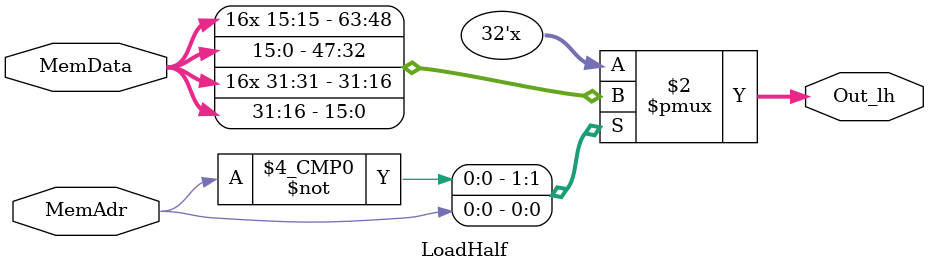
<source format=v>
`timescale 1ns / 1ps

module LoadHalf(MemAdr, MemData, Out_lh);
    input [31:0]MemData;
    input MemAdr; //this will tell us whether to store to LS or MS halfword of memory
    output reg [31:0] Out_lh;
    
    always @ (*) begin
       case (MemAdr)
           1'b0: begin //write MemData[15:0] to register
               Out_lh = {{16{MemData[15]}}, MemData[15:0]}; end
           1'b1: begin //write MemData[31:16] to register
               Out_lh = { {16{MemData[31]}}, MemData[31:16]}; end
        endcase
    end
endmodule
</source>
